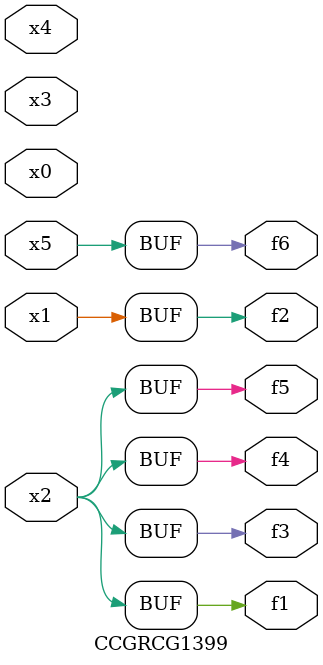
<source format=v>
module CCGRCG1399(
	input x0, x1, x2, x3, x4, x5,
	output f1, f2, f3, f4, f5, f6
);
	assign f1 = x2;
	assign f2 = x1;
	assign f3 = x2;
	assign f4 = x2;
	assign f5 = x2;
	assign f6 = x5;
endmodule

</source>
